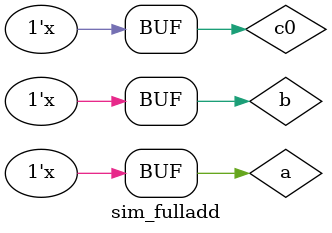
<source format=v>
`timescale 1ns / 1ps


module sim_fulladd();
reg a ,b ,c0;
wire s,c1;
fulladd my(a,b,c0,s,c1);
initial
begin
a=0;b=0;c0=0;
end
always#10 {a,b,c0}={a,b,c0}+1;
endmodule

</source>
